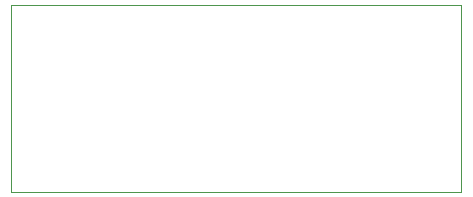
<source format=gbr>
%FSTAX23Y23*%
%MOIN*%
%SFA1B1*%

%IPPOS*%
%ADD43C,0.001000*%
%LNpcb1_profile-1*%
%LPD*%
G54D43*
X0Y0D02*
Y00625D01*
X015*
Y0*
X0*
M02*
</source>
